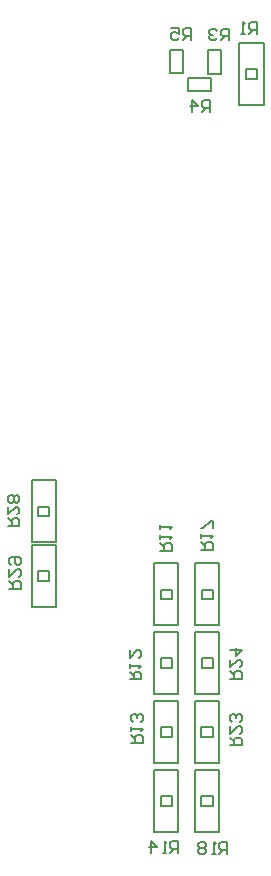
<source format=gbo>
G04*
G04 #@! TF.GenerationSoftware,Altium Limited,Altium Designer,20.0.13 (296)*
G04*
G04 Layer_Color=32896*
%FSLAX44Y44*%
%MOMM*%
G71*
G01*
G75*
%ADD10C,0.1500*%
%ADD11C,0.2000*%
D10*
X305000Y669500D02*
Y677500D01*
X295250Y669500D02*
X305000D01*
X295250D02*
Y677500D01*
X305000D01*
X290000Y647250D02*
X310500D01*
Y699750D01*
X290000D02*
X310500D01*
X290000Y647250D02*
Y699750D01*
X129000Y244500D02*
Y252500D01*
X119250Y244500D02*
X129000D01*
X119250D02*
Y252500D01*
X129000D01*
X114000Y222250D02*
X134500D01*
Y274750D01*
X114000D02*
X134500D01*
X114000Y222250D02*
Y274750D01*
X129000Y299250D02*
Y307250D01*
X119250Y299250D02*
X129000D01*
X119250D02*
Y307250D01*
X129000D01*
X114000Y277000D02*
X134500D01*
Y329500D01*
X114000D02*
X134500D01*
X114000Y277000D02*
Y329500D01*
X223250Y229000D02*
Y237000D01*
X233000D01*
Y229000D02*
Y237000D01*
X223250Y229000D02*
X233000D01*
X217750Y259250D02*
X238250D01*
X217750Y206750D02*
Y259250D01*
Y206750D02*
X238250D01*
Y259250D01*
X223250Y170750D02*
Y178750D01*
X233000D01*
Y170750D02*
Y178750D01*
X223250Y170750D02*
X233000D01*
X217750Y201000D02*
X238250D01*
X217750Y148500D02*
Y201000D01*
Y148500D02*
X238250D01*
Y201000D01*
X223250Y112500D02*
Y120500D01*
X233000D01*
Y112500D02*
Y120500D01*
X223250Y112500D02*
X233000D01*
X217750Y142750D02*
X238250D01*
X217750Y90250D02*
Y142750D01*
Y90250D02*
X238250D01*
Y142750D01*
X223250Y54250D02*
Y62250D01*
X233000D01*
Y54250D02*
Y62250D01*
X223250Y54250D02*
X233000D01*
X217750Y84500D02*
X238250D01*
X217750Y32000D02*
Y84500D01*
Y32000D02*
X238250D01*
Y84500D01*
X267500Y54250D02*
Y62250D01*
X257750Y54250D02*
X267500D01*
X257750D02*
Y62250D01*
X267500D01*
X252500Y32000D02*
X273000D01*
Y84500D01*
X252500D02*
X273000D01*
X252500Y32000D02*
Y84500D01*
X267500Y112500D02*
Y120500D01*
X257750Y112500D02*
X267500D01*
X257750D02*
Y120500D01*
X267500D01*
X252500Y90250D02*
X273000D01*
Y142750D01*
X252500D02*
X273000D01*
X252500Y90250D02*
Y142750D01*
X258000Y229000D02*
Y237000D01*
X267750D01*
Y229000D02*
Y237000D01*
X258000Y229000D02*
X267750D01*
X252500Y259250D02*
X273000D01*
X252500Y206750D02*
Y259250D01*
Y206750D02*
X273000D01*
Y259250D01*
X258000Y170750D02*
Y178750D01*
X267750D01*
Y170750D02*
Y178750D01*
X258000Y170750D02*
X267750D01*
X252500Y201000D02*
X273000D01*
X252500Y148500D02*
Y201000D01*
Y148500D02*
X273000D01*
Y201000D01*
D11*
X266250Y659250D02*
Y670250D01*
X246250D02*
X266250D01*
X246250Y659250D02*
Y670250D01*
Y659250D02*
X266250D01*
X263750Y694000D02*
X274750D01*
X263750Y674000D02*
Y694000D01*
Y674000D02*
X274750D01*
Y694000D01*
X231250Y694250D02*
X242250D01*
X231250Y674250D02*
Y694250D01*
Y674250D02*
X242250D01*
Y694250D01*
X94752Y237671D02*
X104748D01*
Y242669D01*
X103082Y244335D01*
X99750D01*
X98084Y242669D01*
Y237671D01*
Y241003D02*
X94752Y244335D01*
Y254332D02*
Y247668D01*
X101416Y254332D01*
X103082D01*
X104748Y252666D01*
Y249334D01*
X103082Y247668D01*
X96418Y257665D02*
X94752Y259331D01*
Y262663D01*
X96418Y264329D01*
X103082D01*
X104748Y262663D01*
Y259331D01*
X103082Y257665D01*
X101416D01*
X99750Y259331D01*
Y264329D01*
X93752Y290671D02*
X103748D01*
Y295669D01*
X102082Y297335D01*
X98750D01*
X97084Y295669D01*
Y290671D01*
Y294003D02*
X93752Y297335D01*
Y307332D02*
Y300668D01*
X100416Y307332D01*
X102082D01*
X103748Y305666D01*
Y302334D01*
X102082Y300668D01*
Y310665D02*
X103748Y312331D01*
Y315663D01*
X102082Y317329D01*
X100416D01*
X98750Y315663D01*
X97084Y317329D01*
X95418D01*
X93752Y315663D01*
Y312331D01*
X95418Y310665D01*
X97084D01*
X98750Y312331D01*
X100416Y310665D01*
X102082D01*
X98750Y312331D02*
Y315663D01*
X282002Y161171D02*
X291998D01*
Y166169D01*
X290332Y167835D01*
X287000D01*
X285334Y166169D01*
Y161171D01*
Y164503D02*
X282002Y167835D01*
Y177832D02*
Y171168D01*
X288666Y177832D01*
X290332D01*
X291998Y176166D01*
Y172834D01*
X290332Y171168D01*
X282002Y186163D02*
X291998D01*
X287000Y181164D01*
Y187829D01*
X282002Y105171D02*
X291998D01*
Y110169D01*
X290332Y111835D01*
X287000D01*
X285334Y110169D01*
Y105171D01*
Y108503D02*
X282002Y111835D01*
Y121832D02*
Y115168D01*
X288666Y121832D01*
X290332D01*
X291998Y120166D01*
Y116834D01*
X290332Y115168D01*
Y125164D02*
X291998Y126831D01*
Y130163D01*
X290332Y131829D01*
X288666D01*
X287000Y130163D01*
Y128497D01*
Y130163D01*
X285334Y131829D01*
X283668D01*
X282002Y130163D01*
Y126831D01*
X283668Y125164D01*
X279746Y13252D02*
Y23248D01*
X274748D01*
X273081Y21582D01*
Y18250D01*
X274748Y16584D01*
X279746D01*
X276414D02*
X273081Y13252D01*
X269749D02*
X266417D01*
X268083D01*
Y23248D01*
X269749Y21582D01*
X261419D02*
X259752Y23248D01*
X256420D01*
X254754Y21582D01*
Y19916D01*
X256420Y18250D01*
X254754Y16584D01*
Y14918D01*
X256420Y13252D01*
X259752D01*
X261419Y14918D01*
Y16584D01*
X259752Y18250D01*
X261419Y19916D01*
Y21582D01*
X259752Y18250D02*
X256420D01*
X257752Y270504D02*
X267748D01*
Y275502D01*
X266082Y277169D01*
X262750D01*
X261084Y275502D01*
Y270504D01*
Y273836D02*
X257752Y277169D01*
Y280501D02*
Y283833D01*
Y282167D01*
X267748D01*
X266082Y280501D01*
X267748Y288832D02*
Y295496D01*
X266082D01*
X259418Y288832D01*
X257752D01*
X238246Y14252D02*
Y24248D01*
X233248D01*
X231581Y22582D01*
Y19250D01*
X233248Y17584D01*
X238246D01*
X234914D02*
X231581Y14252D01*
X228249D02*
X224917D01*
X226583D01*
Y24248D01*
X228249Y22582D01*
X214920Y14252D02*
Y24248D01*
X219918Y19250D01*
X213254D01*
X198502Y107004D02*
X208498D01*
Y112002D01*
X206832Y113668D01*
X203500D01*
X201834Y112002D01*
Y107004D01*
Y110336D02*
X198502Y113668D01*
Y117001D02*
Y120333D01*
Y118667D01*
X208498D01*
X206832Y117001D01*
Y125331D02*
X208498Y126998D01*
Y130330D01*
X206832Y131996D01*
X205166D01*
X203500Y130330D01*
Y128664D01*
Y130330D01*
X201834Y131996D01*
X200168D01*
X198502Y130330D01*
Y126998D01*
X200168Y125331D01*
X197002Y161004D02*
X206998D01*
Y166002D01*
X205332Y167668D01*
X202000D01*
X200334Y166002D01*
Y161004D01*
Y164336D02*
X197002Y167668D01*
Y171001D02*
Y174333D01*
Y172667D01*
X206998D01*
X205332Y171001D01*
X197002Y185996D02*
Y179331D01*
X203666Y185996D01*
X205332D01*
X206998Y184330D01*
Y180998D01*
X205332Y179331D01*
X222752Y270170D02*
X232748D01*
Y275169D01*
X231082Y276835D01*
X227750D01*
X226084Y275169D01*
Y270170D01*
Y273502D02*
X222752Y276835D01*
Y280167D02*
Y283499D01*
Y281833D01*
X232748D01*
X231082Y280167D01*
X222752Y288498D02*
Y291830D01*
Y290164D01*
X232748D01*
X231082Y288498D01*
X249036Y702284D02*
Y712281D01*
X244038D01*
X242372Y710615D01*
Y707282D01*
X244038Y705616D01*
X249036D01*
X245704D02*
X242372Y702284D01*
X232375Y712281D02*
X239039D01*
Y707282D01*
X235707Y708949D01*
X234041D01*
X232375Y707282D01*
Y703950D01*
X234041Y702284D01*
X237373D01*
X239039Y703950D01*
X265081Y641752D02*
Y651748D01*
X260082D01*
X258416Y650082D01*
Y646750D01*
X260082Y645084D01*
X265081D01*
X261748D02*
X258416Y641752D01*
X250086D02*
Y651748D01*
X255084Y646750D01*
X248419D01*
X281304Y702030D02*
Y712027D01*
X276306D01*
X274639Y710361D01*
Y707028D01*
X276306Y705362D01*
X281304D01*
X277972D02*
X274639Y702030D01*
X271307Y710361D02*
X269641Y712027D01*
X266309D01*
X264643Y710361D01*
Y708695D01*
X266309Y707028D01*
X267975D01*
X266309D01*
X264643Y705362D01*
Y703696D01*
X266309Y702030D01*
X269641D01*
X271307Y703696D01*
X304460Y707698D02*
Y717695D01*
X299462D01*
X297796Y716029D01*
Y712696D01*
X299462Y711030D01*
X304460D01*
X301128D02*
X297796Y707698D01*
X294463D02*
X291131D01*
X292797D01*
Y717695D01*
X294463Y716029D01*
M02*

</source>
